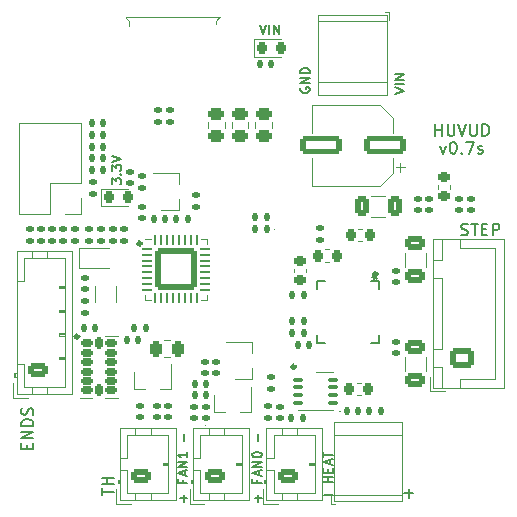
<source format=gto>
G04 #@! TF.GenerationSoftware,KiCad,Pcbnew,5.99.0-unknown-293f207356~131~ubuntu20.04.1*
G04 #@! TF.CreationDate,2021-07-30T20:50:04-07:00*
G04 #@! TF.ProjectId,Huvud,48757675-642e-46b6-9963-61645f706362,rev?*
G04 #@! TF.SameCoordinates,PXad91980PY876bf80*
G04 #@! TF.FileFunction,Legend,Top*
G04 #@! TF.FilePolarity,Positive*
%FSLAX46Y46*%
G04 Gerber Fmt 4.6, Leading zero omitted, Abs format (unit mm)*
G04 Created by KiCad (PCBNEW 5.99.0-unknown-293f207356~131~ubuntu20.04.1) date 2021-07-30 20:50:04*
%MOMM*%
%LPD*%
G01*
G04 APERTURE LIST*
G04 Aperture macros list*
%AMRoundRect*
0 Rectangle with rounded corners*
0 $1 Rounding radius*
0 $2 $3 $4 $5 $6 $7 $8 $9 X,Y pos of 4 corners*
0 Add a 4 corners polygon primitive as box body*
4,1,4,$2,$3,$4,$5,$6,$7,$8,$9,$2,$3,0*
0 Add four circle primitives for the rounded corners*
1,1,$1+$1,$2,$3*
1,1,$1+$1,$4,$5*
1,1,$1+$1,$6,$7*
1,1,$1+$1,$8,$9*
0 Add four rect primitives between the rounded corners*
20,1,$1+$1,$2,$3,$4,$5,0*
20,1,$1+$1,$4,$5,$6,$7,0*
20,1,$1+$1,$6,$7,$8,$9,0*
20,1,$1+$1,$8,$9,$2,$3,0*%
G04 Aperture macros list end*
%ADD10C,0.300000*%
%ADD11C,0.150000*%
%ADD12C,0.200000*%
%ADD13C,0.120000*%
%ADD14C,0.100000*%
%ADD15C,0.152400*%
%ADD16RoundRect,0.147500X-0.172500X0.147500X-0.172500X-0.147500X0.172500X-0.147500X0.172500X0.147500X0*%
%ADD17RoundRect,0.147500X-0.147500X-0.172500X0.147500X-0.172500X0.147500X0.172500X-0.147500X0.172500X0*%
%ADD18RoundRect,0.147500X0.172500X-0.147500X0.172500X0.147500X-0.172500X0.147500X-0.172500X-0.147500X0*%
%ADD19RoundRect,0.147500X0.147500X0.172500X-0.147500X0.172500X-0.147500X-0.172500X0.147500X-0.172500X0*%
%ADD20RoundRect,0.243750X0.243750X0.456250X-0.243750X0.456250X-0.243750X-0.456250X0.243750X-0.456250X0*%
%ADD21RoundRect,0.250000X0.625000X-0.350000X0.625000X0.350000X-0.625000X0.350000X-0.625000X-0.350000X0*%
%ADD22O,1.750000X1.200000*%
%ADD23R,0.900000X0.800000*%
%ADD24C,0.800000*%
%ADD25C,6.400000*%
%ADD26RoundRect,0.218750X0.218750X0.256250X-0.218750X0.256250X-0.218750X-0.256250X0.218750X-0.256250X0*%
%ADD27RoundRect,0.218750X-0.218750X-0.256250X0.218750X-0.256250X0.218750X0.256250X-0.218750X0.256250X0*%
%ADD28RoundRect,0.250000X-0.625000X0.375000X-0.625000X-0.375000X0.625000X-0.375000X0.625000X0.375000X0*%
%ADD29RoundRect,0.250000X0.625000X-0.375000X0.625000X0.375000X-0.625000X0.375000X-0.625000X-0.375000X0*%
%ADD30C,0.500000*%
%ADD31R,0.400000X1.350000*%
%ADD32R,1.800000X1.900000*%
%ADD33R,1.900000X1.900000*%
%ADD34R,1.700000X1.700000*%
%ADD35O,1.700000X1.700000*%
%ADD36R,0.250000X0.800000*%
%ADD37R,0.800000X0.250000*%
%ADD38R,3.700000X3.700000*%
%ADD39R,0.800000X0.900000*%
%ADD40RoundRect,0.075000X-0.325000X-0.075000X0.325000X-0.075000X0.325000X0.075000X-0.325000X0.075000X0*%
%ADD41R,1.700000X2.050000*%
%ADD42RoundRect,0.250000X-0.375000X-0.625000X0.375000X-0.625000X0.375000X0.625000X-0.375000X0.625000X0*%
%ADD43RoundRect,0.243750X0.456250X-0.243750X0.456250X0.243750X-0.456250X0.243750X-0.456250X-0.243750X0*%
%ADD44RoundRect,0.218750X-0.256250X0.218750X-0.256250X-0.218750X0.256250X-0.218750X0.256250X0.218750X0*%
%ADD45R,2.100000X2.100000*%
%ADD46C,2.100000*%
%ADD47RoundRect,0.250000X1.500000X0.550000X-1.500000X0.550000X-1.500000X-0.550000X1.500000X-0.550000X0*%
%ADD48RoundRect,0.250000X0.725000X-0.600000X0.725000X0.600000X-0.725000X0.600000X-0.725000X-0.600000X0*%
%ADD49O,1.950000X1.700000*%
%ADD50RoundRect,0.218750X0.256250X-0.218750X0.256250X0.218750X-0.256250X0.218750X-0.256250X-0.218750X0*%
%ADD51RoundRect,0.150000X-0.325000X-0.150000X0.325000X-0.150000X0.325000X0.150000X-0.325000X0.150000X0*%
%ADD52RoundRect,0.150000X-0.150000X-0.325000X0.150000X-0.325000X0.150000X0.325000X-0.150000X0.325000X0*%
%ADD53R,0.500000X0.500000*%
%ADD54R,1.800000X1.000000*%
%ADD55RoundRect,0.062500X-0.337500X-0.062500X0.337500X-0.062500X0.337500X0.062500X-0.337500X0.062500X0*%
%ADD56RoundRect,0.062500X-0.062500X-0.337500X0.062500X-0.337500X0.062500X0.337500X-0.062500X0.337500X0*%
%ADD57RoundRect,0.249998X-1.550002X-1.550002X1.550002X-1.550002X1.550002X1.550002X-1.550002X1.550002X0*%
G04 APERTURE END LIST*
D10*
X10850000Y22200000D02*
G75*
G03*
X10850000Y22200000I-150000J0D01*
G01*
X23900000Y11750000D02*
G75*
G03*
X23900000Y11750000I-150000J0D01*
G01*
X5550000Y14300000D02*
G75*
G03*
X5550000Y14300000I-150000J0D01*
G01*
X30800000Y19600000D02*
G75*
G03*
X30800000Y19600000I-150000J0D01*
G01*
D11*
X27061904Y1961905D02*
X26261904Y1961905D01*
X26642857Y1961905D02*
X26642857Y2419048D01*
X27061904Y2419048D02*
X26261904Y2419048D01*
X26642857Y2800000D02*
X26642857Y3066667D01*
X27061904Y3180953D02*
X27061904Y2800000D01*
X26261904Y2800000D01*
X26261904Y3180953D01*
X26833333Y3485715D02*
X26833333Y3866667D01*
X27061904Y3409524D02*
X26261904Y3676191D01*
X27061904Y3942858D01*
X26261904Y4095239D02*
X26261904Y4552381D01*
X27061904Y4323810D02*
X26261904Y4323810D01*
X20757142Y304762D02*
X20757142Y914286D01*
X21061904Y609524D02*
X20452380Y609524D01*
X20642857Y2171429D02*
X20642857Y1904762D01*
X21061904Y1904762D02*
X20261904Y1904762D01*
X20261904Y2285715D01*
X20833333Y2552381D02*
X20833333Y2933334D01*
X21061904Y2476191D02*
X20261904Y2742858D01*
X21061904Y3009524D01*
X21061904Y3276191D02*
X20261904Y3276191D01*
X21061904Y3733334D01*
X20261904Y3733334D01*
X20261904Y4266667D02*
X20261904Y4342858D01*
X20300000Y4419048D01*
X20338095Y4457143D01*
X20414285Y4495239D01*
X20566666Y4533334D01*
X20757142Y4533334D01*
X20909523Y4495239D01*
X20985714Y4457143D01*
X21023809Y4419048D01*
X21061904Y4342858D01*
X21061904Y4266667D01*
X21023809Y4190477D01*
X20985714Y4152381D01*
X20909523Y4114286D01*
X20757142Y4076191D01*
X20566666Y4076191D01*
X20414285Y4114286D01*
X20338095Y4152381D01*
X20300000Y4190477D01*
X20261904Y4266667D01*
X20757142Y5485715D02*
X20757142Y6095239D01*
X37919452Y22919239D02*
X38062309Y22871620D01*
X38300404Y22871620D01*
X38395642Y22919239D01*
X38443261Y22966858D01*
X38490880Y23062096D01*
X38490880Y23157334D01*
X38443261Y23252572D01*
X38395642Y23300191D01*
X38300404Y23347810D01*
X38109928Y23395429D01*
X38014690Y23443048D01*
X37967071Y23490667D01*
X37919452Y23585905D01*
X37919452Y23681143D01*
X37967071Y23776381D01*
X38014690Y23824000D01*
X38109928Y23871620D01*
X38348023Y23871620D01*
X38490880Y23824000D01*
X38776595Y23871620D02*
X39348023Y23871620D01*
X39062309Y22871620D02*
X39062309Y23871620D01*
X39681357Y23395429D02*
X40014690Y23395429D01*
X40157547Y22871620D02*
X39681357Y22871620D01*
X39681357Y23871620D01*
X40157547Y23871620D01*
X40586119Y22871620D02*
X40586119Y23871620D01*
X40967071Y23871620D01*
X41062309Y23824000D01*
X41109928Y23776381D01*
X41157547Y23681143D01*
X41157547Y23538286D01*
X41109928Y23443048D01*
X41062309Y23395429D01*
X40967071Y23347810D01*
X40586119Y23347810D01*
D12*
X36166666Y30464286D02*
X36404761Y29797620D01*
X36642857Y30464286D01*
X37214285Y30797620D02*
X37309523Y30797620D01*
X37404761Y30750000D01*
X37452380Y30702381D01*
X37500000Y30607143D01*
X37547619Y30416667D01*
X37547619Y30178572D01*
X37500000Y29988096D01*
X37452380Y29892858D01*
X37404761Y29845239D01*
X37309523Y29797620D01*
X37214285Y29797620D01*
X37119047Y29845239D01*
X37071428Y29892858D01*
X37023809Y29988096D01*
X36976190Y30178572D01*
X36976190Y30416667D01*
X37023809Y30607143D01*
X37071428Y30702381D01*
X37119047Y30750000D01*
X37214285Y30797620D01*
X37976190Y29892858D02*
X38023809Y29845239D01*
X37976190Y29797620D01*
X37928571Y29845239D01*
X37976190Y29892858D01*
X37976190Y29797620D01*
X38357142Y30797620D02*
X39023809Y30797620D01*
X38595238Y29797620D01*
X39357142Y29845239D02*
X39452380Y29797620D01*
X39642857Y29797620D01*
X39738095Y29845239D01*
X39785714Y29940477D01*
X39785714Y29988096D01*
X39738095Y30083334D01*
X39642857Y30130953D01*
X39500000Y30130953D01*
X39404761Y30178572D01*
X39357142Y30273810D01*
X39357142Y30321429D01*
X39404761Y30416667D01*
X39500000Y30464286D01*
X39642857Y30464286D01*
X39738095Y30416667D01*
D11*
X32311904Y34873810D02*
X33111904Y35140477D01*
X32311904Y35407143D01*
X33111904Y35673810D02*
X32311904Y35673810D01*
X33111904Y36054762D02*
X32311904Y36054762D01*
X33111904Y36511905D01*
X32311904Y36511905D01*
X24350000Y35390477D02*
X24311904Y35314286D01*
X24311904Y35200000D01*
X24350000Y35085715D01*
X24426190Y35009524D01*
X24502380Y34971429D01*
X24654761Y34933334D01*
X24769047Y34933334D01*
X24921428Y34971429D01*
X24997619Y35009524D01*
X25073809Y35085715D01*
X25111904Y35200000D01*
X25111904Y35276191D01*
X25073809Y35390477D01*
X25035714Y35428572D01*
X24769047Y35428572D01*
X24769047Y35276191D01*
X25111904Y35771429D02*
X24311904Y35771429D01*
X25111904Y36228572D01*
X24311904Y36228572D01*
X25111904Y36609524D02*
X24311904Y36609524D01*
X24311904Y36800000D01*
X24350000Y36914286D01*
X24426190Y36990477D01*
X24502380Y37028572D01*
X24654761Y37066667D01*
X24769047Y37066667D01*
X24921428Y37028572D01*
X24997619Y36990477D01*
X25073809Y36914286D01*
X25111904Y36800000D01*
X25111904Y36609524D01*
X20873809Y40688096D02*
X21140476Y39888096D01*
X21407142Y40688096D01*
X21673809Y39888096D02*
X21673809Y40688096D01*
X22054761Y39888096D02*
X22054761Y40688096D01*
X22511904Y39888096D01*
X22511904Y40688096D01*
X1178571Y4785715D02*
X1178571Y5119048D01*
X1702380Y5261905D02*
X1702380Y4785715D01*
X702380Y4785715D01*
X702380Y5261905D01*
X1702380Y5690477D02*
X702380Y5690477D01*
X1702380Y6261905D01*
X702380Y6261905D01*
X1702380Y6738096D02*
X702380Y6738096D01*
X702380Y6976191D01*
X750000Y7119048D01*
X845238Y7214286D01*
X940476Y7261905D01*
X1130952Y7309524D01*
X1273809Y7309524D01*
X1464285Y7261905D01*
X1559523Y7214286D01*
X1654761Y7119048D01*
X1702380Y6976191D01*
X1702380Y6738096D01*
X1654761Y7690477D02*
X1702380Y7833334D01*
X1702380Y8071429D01*
X1654761Y8166667D01*
X1607142Y8214286D01*
X1511904Y8261905D01*
X1416666Y8261905D01*
X1321428Y8214286D01*
X1273809Y8166667D01*
X1226190Y8071429D01*
X1178571Y7880953D01*
X1130952Y7785715D01*
X1083333Y7738096D01*
X988095Y7690477D01*
X892857Y7690477D01*
X797619Y7738096D01*
X750000Y7785715D01*
X702380Y7880953D01*
X702380Y8119048D01*
X750000Y8261905D01*
X8361904Y27219048D02*
X8361904Y27714286D01*
X8666666Y27447620D01*
X8666666Y27561905D01*
X8704761Y27638096D01*
X8742857Y27676191D01*
X8819047Y27714286D01*
X9009523Y27714286D01*
X9085714Y27676191D01*
X9123809Y27638096D01*
X9161904Y27561905D01*
X9161904Y27333334D01*
X9123809Y27257143D01*
X9085714Y27219048D01*
X9085714Y28057143D02*
X9123809Y28095239D01*
X9161904Y28057143D01*
X9123809Y28019048D01*
X9085714Y28057143D01*
X9161904Y28057143D01*
X8361904Y28361905D02*
X8361904Y28857143D01*
X8666666Y28590477D01*
X8666666Y28704762D01*
X8704761Y28780953D01*
X8742857Y28819048D01*
X8819047Y28857143D01*
X9009523Y28857143D01*
X9085714Y28819048D01*
X9123809Y28780953D01*
X9161904Y28704762D01*
X9161904Y28476191D01*
X9123809Y28400000D01*
X9085714Y28361905D01*
X8361904Y29085715D02*
X9161904Y29352381D01*
X8361904Y29619048D01*
X14457142Y304762D02*
X14457142Y914286D01*
X14761904Y609524D02*
X14152380Y609524D01*
X14342857Y2171429D02*
X14342857Y1904762D01*
X14761904Y1904762D02*
X13961904Y1904762D01*
X13961904Y2285715D01*
X14533333Y2552381D02*
X14533333Y2933334D01*
X14761904Y2476191D02*
X13961904Y2742858D01*
X14761904Y3009524D01*
X14761904Y3276191D02*
X13961904Y3276191D01*
X14761904Y3733334D01*
X13961904Y3733334D01*
X14761904Y4533334D02*
X14761904Y4076191D01*
X14761904Y4304762D02*
X13961904Y4304762D01*
X14076190Y4228572D01*
X14152380Y4152381D01*
X14190476Y4076191D01*
X14457142Y5485715D02*
X14457142Y6095239D01*
X26319047Y928572D02*
X27080952Y928572D01*
X7502380Y890477D02*
X7502380Y1461905D01*
X8502380Y1176191D02*
X7502380Y1176191D01*
X8502380Y1795239D02*
X7502380Y1795239D01*
X7978571Y1795239D02*
X7978571Y2366667D01*
X8502380Y2366667D02*
X7502380Y2366667D01*
D12*
X35738095Y31297620D02*
X35738095Y32297620D01*
X35738095Y31821429D02*
X36309523Y31821429D01*
X36309523Y31297620D02*
X36309523Y32297620D01*
X36785714Y32297620D02*
X36785714Y31488096D01*
X36833333Y31392858D01*
X36880952Y31345239D01*
X36976190Y31297620D01*
X37166666Y31297620D01*
X37261904Y31345239D01*
X37309523Y31392858D01*
X37357142Y31488096D01*
X37357142Y32297620D01*
X37690476Y32297620D02*
X38023809Y31297620D01*
X38357142Y32297620D01*
X38690476Y32297620D02*
X38690476Y31488096D01*
X38738095Y31392858D01*
X38785714Y31345239D01*
X38880952Y31297620D01*
X39071428Y31297620D01*
X39166666Y31345239D01*
X39214285Y31392858D01*
X39261904Y31488096D01*
X39261904Y32297620D01*
X39738095Y31297620D02*
X39738095Y32297620D01*
X39976190Y32297620D01*
X40119047Y32250000D01*
X40214285Y32154762D01*
X40261904Y32059524D01*
X40309523Y31869048D01*
X40309523Y31726191D01*
X40261904Y31535715D01*
X40214285Y31440477D01*
X40119047Y31345239D01*
X39976190Y31297620D01*
X39738095Y31297620D01*
D11*
X33119047Y1028572D02*
X33880952Y1028572D01*
X33500000Y647620D02*
X33500000Y1409524D01*
X30405580Y19347000D02*
X30643676Y19347000D01*
X30548438Y19108905D02*
X30643676Y19347000D01*
X30548438Y19585096D01*
X30834152Y19204143D02*
X30643676Y19347000D01*
X30834152Y19489858D01*
D13*
X13258578Y12590000D02*
X12741422Y12590000D01*
X13258578Y14010000D02*
X12741422Y14010000D01*
X3900000Y12400000D02*
X3900000Y12600000D01*
X290000Y11200000D02*
X90000Y11200000D01*
X4400000Y16400000D02*
X3900000Y16400000D01*
X3900000Y14400000D02*
X3900000Y14600000D01*
X4400000Y14500000D02*
X3900000Y14500000D01*
X2900000Y21560000D02*
X2900000Y20950000D01*
X1600000Y9440000D02*
X1600000Y10050000D01*
X900000Y10050000D02*
X4400000Y10050000D01*
X4400000Y16500000D02*
X3900000Y16500000D01*
X290000Y21560000D02*
X290000Y9440000D01*
X3900000Y18600000D02*
X4400000Y18600000D01*
X3900000Y16600000D02*
X4400000Y16600000D01*
X900000Y19000000D02*
X290000Y19000000D01*
X3900000Y18400000D02*
X3900000Y18600000D01*
X900000Y20950000D02*
X900000Y19000000D01*
X190000Y11200000D02*
X190000Y10900000D01*
X290000Y12000000D02*
X900000Y12000000D01*
X4400000Y18400000D02*
X3900000Y18400000D01*
X1600000Y21560000D02*
X1600000Y20950000D01*
X90000Y11200000D02*
X90000Y10900000D01*
X4400000Y12400000D02*
X3900000Y12400000D01*
X4400000Y10050000D02*
X4400000Y20950000D01*
X3900000Y16400000D02*
X3900000Y16600000D01*
X4400000Y20950000D02*
X900000Y20950000D01*
X-10000Y10390000D02*
X-10000Y9140000D01*
X290000Y9440000D02*
X5010000Y9440000D01*
X5010000Y21560000D02*
X290000Y21560000D01*
X3900000Y14600000D02*
X4400000Y14600000D01*
X3900000Y12600000D02*
X4400000Y12600000D01*
X4400000Y12500000D02*
X3900000Y12500000D01*
X-10000Y9140000D02*
X1240000Y9140000D01*
X4400000Y14400000D02*
X3900000Y14400000D01*
X900000Y12000000D02*
X900000Y10050000D01*
X4400000Y18500000D02*
X3900000Y18500000D01*
X2900000Y9440000D02*
X2900000Y10050000D01*
X90000Y10900000D02*
X290000Y10900000D01*
X5010000Y9440000D02*
X5010000Y21560000D01*
D14*
X21650000Y6830000D02*
G75*
G03*
X21650000Y6830000I-50000J0D01*
G01*
X27710000Y8000000D02*
G75*
G03*
X27710000Y8000000I-50000J0D01*
G01*
D13*
X20210000Y13880000D02*
X18050000Y13880000D01*
X20210000Y10720000D02*
X18750000Y10720000D01*
X20210000Y10720000D02*
X20210000Y11650000D01*
X20210000Y13880000D02*
X20210000Y12950000D01*
X26160000Y440000D02*
X26160000Y6560000D01*
X21240000Y2200000D02*
X21240000Y1900000D01*
X21440000Y6560000D02*
X21440000Y440000D01*
X22050000Y4000000D02*
X21440000Y4000000D01*
X22750000Y6560000D02*
X22750000Y5950000D01*
X25550000Y5950000D02*
X22050000Y5950000D01*
X22050000Y3000000D02*
X22050000Y1050000D01*
X22750000Y440000D02*
X22750000Y1050000D01*
X25550000Y3400000D02*
X25050000Y3400000D01*
X22050000Y1050000D02*
X25550000Y1050000D01*
X25550000Y1050000D02*
X25550000Y5950000D01*
X25050000Y3600000D02*
X25550000Y3600000D01*
X21440000Y440000D02*
X26160000Y440000D01*
X22050000Y5950000D02*
X22050000Y4000000D01*
X21340000Y2200000D02*
X21340000Y1900000D01*
X21440000Y2200000D02*
X21240000Y2200000D01*
X26160000Y6560000D02*
X21440000Y6560000D01*
X21440000Y3000000D02*
X22050000Y3000000D01*
X21140000Y1390000D02*
X21140000Y140000D01*
X21140000Y140000D02*
X22390000Y140000D01*
X24050000Y6560000D02*
X24050000Y5950000D01*
X25550000Y3500000D02*
X25050000Y3500000D01*
X25050000Y3400000D02*
X25050000Y3600000D01*
X24050000Y440000D02*
X24050000Y1050000D01*
X21240000Y1900000D02*
X21440000Y1900000D01*
X29562779Y22440000D02*
X29237221Y22440000D01*
X29562779Y23460000D02*
X29237221Y23460000D01*
X26437221Y20665000D02*
X26762779Y20665000D01*
X26437221Y21685000D02*
X26762779Y21685000D01*
X29412779Y9390000D02*
X29087221Y9390000D01*
X29412779Y10410000D02*
X29087221Y10410000D01*
X34960000Y21402064D02*
X34960000Y20197936D01*
X33140000Y21402064D02*
X33140000Y20197936D01*
X33140000Y11397936D02*
X33140000Y12602064D01*
X34960000Y11397936D02*
X34960000Y12602064D01*
X9650000Y3000000D02*
X9650000Y1050000D01*
X10350000Y440000D02*
X10350000Y1050000D01*
X8740000Y140000D02*
X9990000Y140000D01*
X8740000Y1390000D02*
X8740000Y140000D01*
X9650000Y5950000D02*
X9650000Y4000000D01*
X8840000Y1900000D02*
X9040000Y1900000D01*
X9040000Y6560000D02*
X9040000Y440000D01*
X9040000Y2200000D02*
X8840000Y2200000D01*
X9040000Y3000000D02*
X9650000Y3000000D01*
X11650000Y6560000D02*
X11650000Y5950000D01*
X13760000Y440000D02*
X13760000Y6560000D01*
X8940000Y2200000D02*
X8940000Y1900000D01*
X8840000Y2200000D02*
X8840000Y1900000D01*
X13150000Y5950000D02*
X9650000Y5950000D01*
X12650000Y3400000D02*
X12650000Y3600000D01*
X13760000Y6560000D02*
X9040000Y6560000D01*
X13150000Y1050000D02*
X13150000Y5950000D01*
X11650000Y440000D02*
X11650000Y1050000D01*
X9040000Y440000D02*
X13760000Y440000D01*
X12650000Y3600000D02*
X13150000Y3600000D01*
X13150000Y3500000D02*
X12650000Y3500000D01*
X10350000Y6560000D02*
X10350000Y5950000D01*
X9650000Y4000000D02*
X9040000Y4000000D01*
X9650000Y1050000D02*
X13150000Y1050000D01*
X13150000Y3400000D02*
X12650000Y3400000D01*
D14*
X17525400Y41330800D02*
X9525400Y41330800D01*
X9576222Y41307034D02*
G75*
G02*
X9825399Y40580801I-350822J-526234D01*
G01*
X17162184Y40680800D02*
G75*
G02*
X17525401Y41330799I763216J0D01*
G01*
D13*
X5718500Y27294000D02*
X3118500Y27294000D01*
X5718500Y26024000D02*
X5718500Y24694000D01*
X3118500Y24694000D02*
X518500Y24694000D01*
X5718500Y24694000D02*
X4388500Y24694000D01*
X5718500Y32434000D02*
X518500Y32434000D01*
X3118500Y27294000D02*
X3118500Y24694000D01*
X5718500Y27294000D02*
X5718500Y32434000D01*
X518500Y24694000D02*
X518500Y32434000D01*
D14*
X16350000Y6810000D02*
G75*
G03*
X16350000Y6810000I-50000J0D01*
G01*
D13*
X17850000Y440000D02*
X17850000Y1050000D01*
X14940000Y1390000D02*
X14940000Y140000D01*
X18850000Y3400000D02*
X18850000Y3600000D01*
X15850000Y4000000D02*
X15240000Y4000000D01*
X14940000Y140000D02*
X16190000Y140000D01*
X19350000Y3400000D02*
X18850000Y3400000D01*
X19960000Y440000D02*
X19960000Y6560000D01*
X19350000Y3500000D02*
X18850000Y3500000D01*
X15240000Y440000D02*
X19960000Y440000D01*
X19350000Y5950000D02*
X15850000Y5950000D01*
X16550000Y440000D02*
X16550000Y1050000D01*
X15850000Y5950000D02*
X15850000Y4000000D01*
X19960000Y6560000D02*
X15240000Y6560000D01*
X15040000Y2200000D02*
X15040000Y1900000D01*
X19350000Y1050000D02*
X19350000Y5950000D01*
X18850000Y3600000D02*
X19350000Y3600000D01*
X15240000Y2200000D02*
X15040000Y2200000D01*
X15850000Y1050000D02*
X19350000Y1050000D01*
X15240000Y3000000D02*
X15850000Y3000000D01*
X15140000Y2200000D02*
X15140000Y1900000D01*
X16550000Y6560000D02*
X16550000Y5950000D01*
X15040000Y1900000D02*
X15240000Y1900000D01*
X15240000Y6560000D02*
X15240000Y440000D01*
X15850000Y3000000D02*
X15850000Y1050000D01*
X17850000Y6560000D02*
X17850000Y5950000D01*
D15*
X30332940Y13746300D02*
X31016700Y13746300D01*
X25758900Y13746300D02*
X26442660Y13746300D01*
X31016700Y18320340D02*
X31016700Y19004100D01*
X26442660Y19004100D02*
X25758900Y19004100D01*
X31016700Y19004100D02*
X30332940Y19004100D01*
X25758900Y19004100D02*
X25758900Y18320340D01*
X31016700Y13746300D02*
X31016700Y14430060D01*
X25758900Y14430060D02*
X25758900Y13746300D01*
D13*
X13380000Y9840000D02*
X13380000Y12000000D01*
X10220000Y9840000D02*
X10220000Y11300000D01*
X10220000Y9840000D02*
X11150000Y9840000D01*
X13380000Y9840000D02*
X12450000Y9840000D01*
X24100000Y8090000D02*
X27100000Y8090000D01*
X25600000Y11310000D02*
X27100000Y11310000D01*
X30315036Y24417600D02*
X31519164Y24417600D01*
X30315036Y26237600D02*
X31519164Y26237600D01*
X18490000Y31941422D02*
X18490000Y32458578D01*
X19910000Y31941422D02*
X19910000Y32458578D01*
X17910000Y31941422D02*
X17910000Y32458578D01*
X16490000Y31941422D02*
X16490000Y32458578D01*
X21910000Y31941422D02*
X21910000Y32458578D01*
X20490000Y31941422D02*
X20490000Y32458578D01*
X35990000Y27162779D02*
X35990000Y26837221D01*
X37010000Y27162779D02*
X37010000Y26837221D01*
X32910000Y7120000D02*
X32910000Y380000D01*
X26890000Y780000D02*
X26890000Y140000D01*
X26890000Y140000D02*
X27290000Y140000D01*
X27130000Y6000000D02*
X32910000Y6000000D01*
X27130000Y7120000D02*
X32910000Y7120000D01*
X27130000Y380000D02*
X32910000Y380000D01*
X27130000Y900000D02*
X32910000Y900000D01*
X27130000Y7120000D02*
X27130000Y380000D01*
X32160000Y28154437D02*
X32160000Y29440000D01*
X32160000Y32845563D02*
X31095563Y33910000D01*
X32160000Y32845563D02*
X32160000Y31560000D01*
X31095563Y33910000D02*
X25340000Y33910000D01*
X25340000Y27090000D02*
X25340000Y29440000D01*
X25340000Y33910000D02*
X25340000Y31560000D01*
X32793750Y28258750D02*
X32793750Y29046250D01*
X33187500Y28652500D02*
X32400000Y28652500D01*
X32160000Y28154437D02*
X31095563Y27090000D01*
X31095563Y27090000D02*
X25340000Y27090000D01*
D14*
X22125000Y23400000D02*
G75*
G03*
X22125000Y23400000I-50000J0D01*
G01*
D13*
X35588500Y20774000D02*
X36338500Y20774000D01*
X35588500Y11774000D02*
X35588500Y9974000D01*
X40788500Y10724000D02*
X40788500Y16274000D01*
X40788500Y21824000D02*
X40788500Y16274000D01*
X37838500Y21824000D02*
X40788500Y21824000D01*
X41548500Y9964000D02*
X41548500Y22584000D01*
X36338500Y11774000D02*
X35588500Y11774000D01*
X35288500Y9674000D02*
X36538500Y9674000D01*
X37838500Y9974000D02*
X37838500Y10724000D01*
X36338500Y13274000D02*
X36338500Y19274000D01*
X35588500Y19274000D02*
X35588500Y13274000D01*
X37838500Y22574000D02*
X37838500Y21824000D01*
X36338500Y20774000D02*
X36338500Y22574000D01*
X37838500Y10724000D02*
X40788500Y10724000D01*
X41548500Y22584000D02*
X35578500Y22584000D01*
X35588500Y9974000D02*
X36338500Y9974000D01*
X35578500Y22584000D02*
X35578500Y9964000D01*
X36338500Y19274000D02*
X35588500Y19274000D01*
X36338500Y22574000D02*
X35588500Y22574000D01*
X35288500Y10924000D02*
X35288500Y9674000D01*
X35588500Y13274000D02*
X36338500Y13274000D01*
X35588500Y22574000D02*
X35588500Y20774000D01*
X35578500Y9964000D02*
X41548500Y9964000D01*
X36338500Y9974000D02*
X36338500Y11774000D01*
X24810000Y19737221D02*
X24810000Y20062779D01*
X23790000Y19737221D02*
X23790000Y20062779D01*
X20365000Y38015000D02*
X22650000Y38015000D01*
X22650000Y39485000D02*
X20365000Y39485000D01*
X20365000Y39485000D02*
X20365000Y38015000D01*
X6690000Y9140000D02*
X5640000Y9140000D01*
X7810000Y14360000D02*
X8860000Y14360000D01*
X7810000Y9140000D02*
X8860000Y9140000D01*
X9700000Y26835000D02*
X7415000Y26835000D01*
X7415000Y26835000D02*
X7415000Y25365000D01*
X7415000Y25365000D02*
X9700000Y25365000D01*
X14010000Y25020000D02*
X12550000Y25020000D01*
X14010000Y28180000D02*
X11850000Y28180000D01*
X14010000Y28180000D02*
X14010000Y27250000D01*
X14010000Y25020000D02*
X14010000Y25950000D01*
X16970000Y7890000D02*
X17900000Y7890000D01*
X16970000Y7890000D02*
X16970000Y9350000D01*
X20130000Y7890000D02*
X20130000Y10050000D01*
X20130000Y7890000D02*
X19200000Y7890000D01*
X5600000Y20150000D02*
X8150000Y20150000D01*
X5600000Y21850000D02*
X5600000Y20150000D01*
X5600000Y21850000D02*
X8150000Y21850000D01*
X8675000Y17225000D02*
X8675000Y18575000D01*
X6925000Y17225000D02*
X6925000Y18575000D01*
X31620000Y34780000D02*
X25840000Y34780000D01*
X31620000Y41000000D02*
X25840000Y41000000D01*
X31620000Y34780000D02*
X31620000Y41520000D01*
X31860000Y41120000D02*
X31860000Y41760000D01*
X31620000Y35900000D02*
X25840000Y35900000D01*
X31620000Y41520000D02*
X25840000Y41520000D01*
X31860000Y41760000D02*
X31460000Y41760000D01*
X25840000Y34780000D02*
X25840000Y41520000D01*
X11190000Y17390000D02*
X11190000Y17865000D01*
X11665000Y22610000D02*
X11190000Y22610000D01*
X15935000Y17390000D02*
X16410000Y17390000D01*
X11665000Y17390000D02*
X11190000Y17390000D01*
X16410000Y22610000D02*
X16410000Y22135000D01*
X15935000Y22610000D02*
X16410000Y22610000D01*
X16410000Y17390000D02*
X16410000Y17865000D01*
%LPC*%
D16*
X6100000Y17285000D03*
X6100000Y16315000D03*
X12150000Y8435000D03*
X12150000Y7465000D03*
D17*
X6665000Y28400000D03*
X7635000Y28400000D03*
D18*
X6100000Y18315000D03*
X6100000Y19285000D03*
D19*
X7635000Y32400000D03*
X6665000Y32400000D03*
D20*
X13937500Y13300000D03*
X12062500Y13300000D03*
D17*
X6665000Y31400000D03*
X7635000Y31400000D03*
D21*
X2100000Y11500000D03*
D22*
X2100000Y13500000D03*
X2100000Y15500000D03*
X2100000Y17500000D03*
X2100000Y19500000D03*
D16*
X3300000Y23385000D03*
X3300000Y22415000D03*
D19*
X12885000Y24300000D03*
X11915000Y24300000D03*
D16*
X10900000Y25285000D03*
X10900000Y24315000D03*
D17*
X6665000Y29400000D03*
X7635000Y29400000D03*
D19*
X7635000Y30400000D03*
X6665000Y30400000D03*
D18*
X16250000Y11215000D03*
X16250000Y12185000D03*
X21600000Y7435000D03*
X21600000Y8405000D03*
D17*
X28265000Y8000000D03*
X29235000Y8000000D03*
D23*
X18450000Y13250000D03*
X18450000Y11350000D03*
X20450000Y12300000D03*
D18*
X15350000Y7415000D03*
X15350000Y8385000D03*
X22600000Y7415000D03*
X22600000Y8385000D03*
D21*
X23250000Y2500000D03*
D22*
X23250000Y4500000D03*
D24*
X36500000Y34100000D03*
X34802944Y38197056D03*
X36500000Y38900000D03*
X34100000Y36500000D03*
X38900000Y36500000D03*
X38197056Y38197056D03*
X34802944Y34802944D03*
D25*
X36500000Y36500000D03*
D24*
X38197056Y34802944D03*
X38197056Y3802944D03*
X36500000Y3100000D03*
X36500000Y7900000D03*
X38197056Y7197056D03*
X38900000Y5500000D03*
X34802944Y3802944D03*
X34802944Y7197056D03*
D25*
X36500000Y5500000D03*
D24*
X34100000Y5500000D03*
D19*
X24585000Y17800000D03*
X23615000Y17800000D03*
X25085000Y13600000D03*
X24115000Y13600000D03*
D26*
X30187500Y22950000D03*
X28612500Y22950000D03*
D27*
X25812500Y21175000D03*
X27387500Y21175000D03*
D26*
X30037500Y9900000D03*
X28462500Y9900000D03*
D28*
X34050000Y22200000D03*
X34050000Y19400000D03*
D29*
X34050000Y10600000D03*
X34050000Y13400000D03*
D18*
X10750000Y7465000D03*
X10750000Y8435000D03*
D21*
X10850000Y2500000D03*
D22*
X10850000Y4500000D03*
D30*
X11525400Y37030800D03*
X15525400Y37030800D03*
D31*
X14825400Y36505800D03*
X14175400Y36505800D03*
X13525400Y36505800D03*
X12875400Y36505800D03*
X12225400Y36505800D03*
D32*
X9525400Y39180800D03*
D33*
X12325400Y39180800D03*
D32*
X17525400Y39180800D03*
D33*
X14725400Y39180800D03*
D24*
X3100000Y5500000D03*
X3802944Y3802944D03*
X7900000Y5500000D03*
X5500000Y7900000D03*
D25*
X5500000Y5500000D03*
D24*
X3802944Y7197056D03*
X7197056Y7197056D03*
X5500000Y3100000D03*
X7197056Y3802944D03*
D34*
X4388500Y26024000D03*
D35*
X1848500Y26024000D03*
X4388500Y28564000D03*
X1848500Y28564000D03*
X4388500Y31104000D03*
X1848500Y31104000D03*
D24*
X5500000Y38900000D03*
X7197056Y34802944D03*
X7900000Y36500000D03*
X7197056Y38197056D03*
D25*
X5500000Y36500000D03*
D24*
X3802944Y38197056D03*
X5500000Y34100000D03*
X3802944Y34802944D03*
X3100000Y36500000D03*
D18*
X16300000Y7415000D03*
X16300000Y8385000D03*
D19*
X31135000Y8000000D03*
X30165000Y8000000D03*
D21*
X17050000Y2500000D03*
D22*
X17050000Y4500000D03*
D18*
X2350000Y22415000D03*
X2350000Y23385000D03*
D16*
X17200000Y12185000D03*
X17200000Y11215000D03*
D36*
X29887800Y18875200D03*
X29387801Y18875200D03*
X28887799Y18875200D03*
X28387800Y18875200D03*
X27887801Y18875200D03*
X27387799Y18875200D03*
X26887800Y18875200D03*
D37*
X25887800Y17875200D03*
X25887800Y17375201D03*
X25887800Y16875199D03*
X25887800Y16375200D03*
X25887800Y15875201D03*
X25887800Y15375199D03*
X25887800Y14875200D03*
D36*
X26887800Y13875200D03*
X27387799Y13875200D03*
X27887801Y13875200D03*
X28387800Y13875200D03*
X28887799Y13875200D03*
X29387801Y13875200D03*
X29887800Y13875200D03*
D37*
X30887800Y14875200D03*
X30887800Y15375199D03*
X30887800Y15875201D03*
X30887800Y16375200D03*
X30887800Y16875199D03*
X30887800Y17375201D03*
X30887800Y17875200D03*
D38*
X28387800Y16375200D03*
D39*
X12750000Y11600000D03*
X10850000Y11600000D03*
X11800000Y9600000D03*
D17*
X20500000Y24400000D03*
X21470000Y24400000D03*
D19*
X24585000Y15600000D03*
X23615000Y15600000D03*
D17*
X23615000Y14600000D03*
X24585000Y14600000D03*
D40*
X24150000Y10675000D03*
X24150000Y10025000D03*
X24150000Y9375000D03*
X24150000Y8725000D03*
X27050000Y10675000D03*
X27050000Y9375000D03*
X27050000Y10025000D03*
D41*
X25600000Y9700000D03*
D40*
X27050000Y8725000D03*
D17*
X23565000Y7450000D03*
X24535000Y7450000D03*
D42*
X29517100Y25327600D03*
X32317100Y25327600D03*
D43*
X19200000Y31262500D03*
X19200000Y33137500D03*
X17200000Y31262500D03*
X17200000Y33137500D03*
X21200000Y31262500D03*
X21200000Y33137500D03*
D44*
X36500000Y27787500D03*
X36500000Y26212500D03*
D18*
X1400000Y22415000D03*
X1400000Y23385000D03*
X6800000Y26415000D03*
X6800000Y27385000D03*
D45*
X28750000Y3750000D03*
D46*
X31290000Y3750000D03*
D47*
X31450000Y30500000D03*
X26050000Y30500000D03*
D19*
X21470000Y23400000D03*
X20500000Y23400000D03*
D17*
X9635000Y14020000D03*
X10605000Y14020000D03*
X10265000Y15000000D03*
X11235000Y15000000D03*
D48*
X38038500Y12524000D03*
D49*
X38038500Y15024000D03*
X38038500Y17524000D03*
X38038500Y20024000D03*
D18*
X13250000Y32515000D03*
X13250000Y33485000D03*
X12265000Y32515000D03*
X12265000Y33485000D03*
X13100000Y7465000D03*
X13100000Y8435000D03*
D50*
X24300000Y19112500D03*
X24300000Y20687500D03*
D27*
X21062500Y38750000D03*
X22637500Y38750000D03*
D17*
X20865000Y37350000D03*
X21835000Y37350000D03*
D18*
X9400000Y22415000D03*
X9400000Y23385000D03*
D16*
X6450000Y23385000D03*
X6450000Y22415000D03*
X7450000Y23395000D03*
X7450000Y22425000D03*
X8440000Y23395000D03*
X8440000Y22425000D03*
D18*
X4250000Y22415000D03*
X4250000Y23385000D03*
X5200000Y22415000D03*
X5200000Y23385000D03*
D51*
X6250000Y13750000D03*
X6250000Y12950000D03*
X6250000Y12150000D03*
X6250000Y11350000D03*
X6250000Y10550000D03*
X6250000Y9750000D03*
D52*
X7250000Y9750000D03*
D51*
X8250000Y9750000D03*
X8250000Y10550000D03*
X8250000Y11350000D03*
X8250000Y12150000D03*
X8250000Y12950000D03*
X8250000Y13750000D03*
D52*
X7250000Y13750000D03*
D16*
X10950000Y27885000D03*
X10950000Y26915000D03*
D27*
X8112500Y26100000D03*
X9687500Y26100000D03*
D19*
X6935000Y15050000D03*
X5965000Y15050000D03*
D23*
X12250000Y27550000D03*
X12250000Y25650000D03*
X14250000Y26600000D03*
D39*
X19500000Y9650000D03*
X17600000Y9650000D03*
X18550000Y7650000D03*
D19*
X16335000Y10300000D03*
X15365000Y10300000D03*
D17*
X15365000Y9350000D03*
X16335000Y9350000D03*
D16*
X26000000Y23485000D03*
X26000000Y22515000D03*
D18*
X15500000Y25315000D03*
X15500000Y26285000D03*
D16*
X21800000Y10885000D03*
X21800000Y9915000D03*
D18*
X32400000Y18915000D03*
X32400000Y19885000D03*
D16*
X35250000Y25985000D03*
X35250000Y25015000D03*
D53*
X6000000Y21000000D03*
X8200000Y21000000D03*
D16*
X32400000Y13885000D03*
X32400000Y12915000D03*
D54*
X7800000Y19150000D03*
X7800000Y16650000D03*
D18*
X38750000Y25015000D03*
X38750000Y25985000D03*
X9900000Y27315000D03*
X9900000Y28285000D03*
X34250000Y25015000D03*
X34250000Y25985000D03*
D17*
X13815000Y24300000D03*
X14785000Y24300000D03*
D45*
X30000000Y38150000D03*
D46*
X27460000Y38150000D03*
D55*
X11350000Y21750000D03*
X11350000Y21250000D03*
X11350000Y20750000D03*
X11350000Y20250000D03*
X11350000Y19750000D03*
X11350000Y19250000D03*
X11350000Y18750000D03*
X11350000Y18250000D03*
D56*
X12050000Y17550000D03*
X12550000Y17550000D03*
X13050000Y17550000D03*
X13550000Y17550000D03*
X14050000Y17550000D03*
X14550000Y17550000D03*
X15050000Y17550000D03*
X15550000Y17550000D03*
D55*
X16250000Y18250000D03*
X16250000Y18750000D03*
X16250000Y19250000D03*
X16250000Y19750000D03*
X16250000Y20250000D03*
X16250000Y20750000D03*
X16250000Y21250000D03*
X16250000Y21750000D03*
D56*
X15550000Y22450000D03*
X15050000Y22450000D03*
X14550000Y22450000D03*
X14050000Y22450000D03*
X13550000Y22450000D03*
X13050000Y22450000D03*
X12550000Y22450000D03*
X12050000Y22450000D03*
D57*
X13800000Y20000000D03*
D16*
X37750000Y25985000D03*
X37750000Y25015000D03*
M02*

</source>
